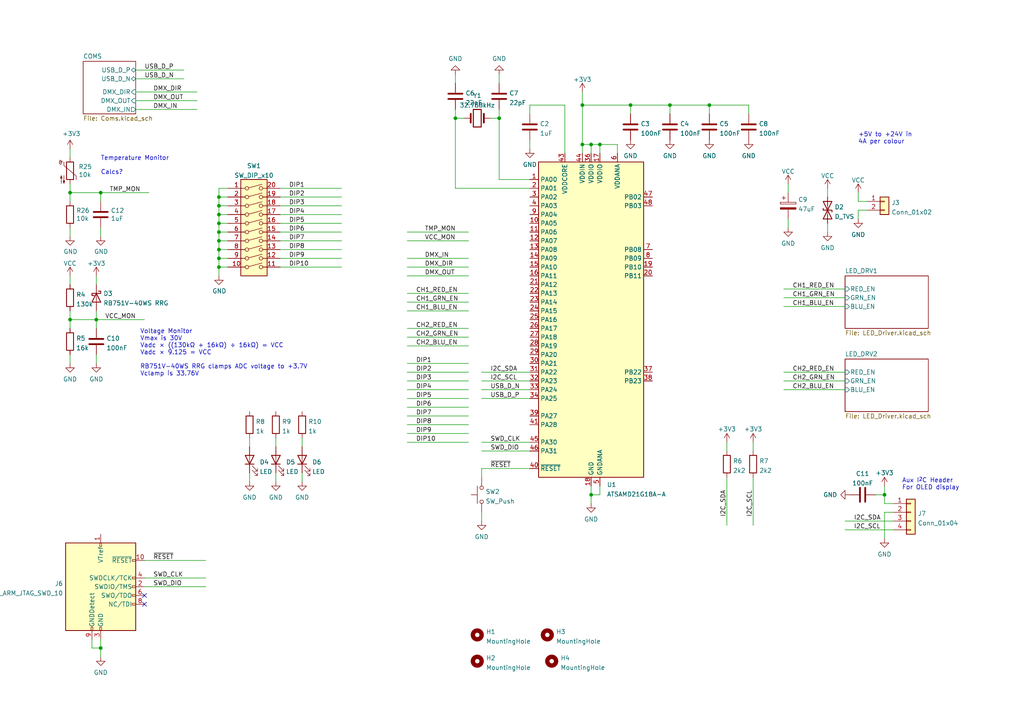
<source format=kicad_sch>
(kicad_sch (version 20211123) (generator eeschema)
  (paper "A4")
  (lib_symbols
    (symbol "Connector:Conn_ARM_JTAG_SWD_10" (pin_names (offset 1.016))
      (property "Reference" "J" (at -2.54 16.51 0))
      (property "Value" "Conn_ARM_JTAG_SWD_10" (at -2.54 13.97 0))
      (symbol "Conn_ARM_JTAG_SWD_10_0_1"
        (rectangle (start -10.16 12.7) (end 10.16 -12.7) (stroke (width 0.254)) (fill (type background)))
        (rectangle (start -2.794 -12.7) (end -2.286 -11.684))
        (rectangle (start -0.254 -12.7) (end 0.254 -11.684))
        (rectangle (start -0.254 12.7) (end 0.254 11.684))
        (rectangle (start 9.144 2.286) (end 10.16 2.794))
        (rectangle (start 10.16 -2.794) (end 9.144 -2.286))
        (rectangle (start 10.16 -0.254) (end 9.144 0.254))
        (rectangle (start 10.16 7.874) (end 9.144 7.366))
      )
      (symbol "Conn_ARM_JTAG_SWD_10_1_1"
        (rectangle (start 9.144 -5.334) (end 10.16 -4.826))
        (pin power_in line (at 0 15.24 270) (length 2.54) (name "VTref") (number "1"))
        (pin open_collector line (at 12.7 7.62 180) (length 2.54) (name "~{RESET}") (number "10"))
        (pin bidirectional line (at 12.7 0 180) (length 2.54) (name "SWDIO/TMS") (number "2"))
        (pin power_in line (at 0 -15.24 90) (length 2.54) (name "GND") (number "3"))
        (pin output line (at 12.7 2.54 180) (length 2.54) (name "SWDCLK/TCK") (number "4"))
        (pin passive line (at 0 -15.24 90) (length 2.54) hide (name "GND") (number "5"))
        (pin input line (at 12.7 -2.54 180) (length 2.54) (name "SWO/TDO") (number "6"))
        (pin no_connect line (at -10.16 0 0) (length 2.54) hide (name "KEY") (number "7"))
        (pin output line (at 12.7 -5.08 180) (length 2.54) (name "NC/TDI") (number "8"))
        (pin passive line (at -2.54 -15.24 90) (length 2.54) (name "GNDDetect") (number "9"))
      )
    )
    (symbol "Connector_Generic:Conn_01x02" (pin_names (offset 1.016) hide)
      (property "Reference" "J" (at 0 2.54 0))
      (property "Value" "Conn_01x02" (at 0 -5.08 0))
      (symbol "Conn_01x02_1_1"
        (rectangle (start -1.27 -2.413) (end 0 -2.667) (stroke (width 0.1524)))
        (rectangle (start -1.27 0.127) (end 0 -0.127) (stroke (width 0.1524)))
        (rectangle (start -1.27 1.27) (end 1.27 -3.81) (stroke (width 0.254)) (fill (type background)))
        (pin passive line (at -5.08 0 0) (length 3.81) (name "Pin_1") (number "1"))
        (pin passive line (at -5.08 -2.54 0) (length 3.81) (name "Pin_2") (number "2"))
      )
    )
    (symbol "Connector_Generic:Conn_01x04" (pin_names (offset 1.016) hide)
      (property "Reference" "J" (at 0 5.08 0))
      (property "Value" "Conn_01x04" (at 0 -7.62 0))
      (symbol "Conn_01x04_1_1"
        (rectangle (start -1.27 -4.953) (end 0 -5.207) (stroke (width 0.1524)))
        (rectangle (start -1.27 -2.413) (end 0 -2.667) (stroke (width 0.1524)))
        (rectangle (start -1.27 0.127) (end 0 -0.127) (stroke (width 0.1524)))
        (rectangle (start -1.27 2.667) (end 0 2.413) (stroke (width 0.1524)))
        (rectangle (start -1.27 3.81) (end 1.27 -6.35) (stroke (width 0.254)) (fill (type background)))
        (pin passive line (at -5.08 2.54 0) (length 3.81) (name "Pin_1") (number "1"))
        (pin passive line (at -5.08 0 0) (length 3.81) (name "Pin_2") (number "2"))
        (pin passive line (at -5.08 -2.54 0) (length 3.81) (name "Pin_3") (number "3"))
        (pin passive line (at -5.08 -5.08 0) (length 3.81) (name "Pin_4") (number "4"))
      )
    )
    (symbol "Device:C" (pin_numbers hide) (pin_names (offset 0.254))
      (property "Reference" "C" (at 0.635 2.54 0))
      (property "Value" "C" (at 0.635 -2.54 0))
      (symbol "C_0_1"
        (polyline (pts (xy -2.032 -0.762) (xy 2.032 -0.762)) (stroke (width 0.508)))
        (polyline (pts (xy -2.032 0.762) (xy 2.032 0.762)) (stroke (width 0.508)))
      )
      (symbol "C_1_1"
        (pin passive line (at 0 3.81 270) (length 2.794) (name "~") (number "1"))
        (pin passive line (at 0 -3.81 90) (length 2.794) (name "~") (number "2"))
      )
    )
    (symbol "Device:C_Polarized" (pin_numbers hide) (pin_names (offset 0.254))
      (property "Reference" "C" (at 0.635 2.54 0))
      (property "Value" "C_Polarized" (at 0.635 -2.54 0))
      (symbol "C_Polarized_0_1"
        (rectangle (start -2.286 0.508) (end 2.286 1.016))
        (polyline (pts (xy -1.778 2.286) (xy -0.762 2.286)))
        (polyline (pts (xy -1.27 2.794) (xy -1.27 1.778)))
        (rectangle (start 2.286 -0.508) (end -2.286 -1.016) (fill (type outline)))
      )
      (symbol "C_Polarized_1_1"
        (pin passive line (at 0 3.81 270) (length 2.794) (name "~") (number "1"))
        (pin passive line (at 0 -3.81 90) (length 2.794) (name "~") (number "2"))
      )
    )
    (symbol "Device:Crystal" (pin_numbers hide) (pin_names (offset 1.016) hide)
      (property "Reference" "Y" (at 0 3.81 0))
      (property "Value" "Crystal" (at 0 -3.81 0))
      (symbol "Crystal_0_1"
        (rectangle (start -1.143 2.54) (end 1.143 -2.54) (stroke (width 0.3048)))
        (polyline (pts (xy -2.54 0) (xy -1.905 0)))
        (polyline (pts (xy -1.905 -1.27) (xy -1.905 1.27)) (stroke (width 0.508)))
        (polyline (pts (xy 1.905 -1.27) (xy 1.905 1.27)) (stroke (width 0.508)))
        (polyline (pts (xy 2.54 0) (xy 1.905 0)))
      )
      (symbol "Crystal_1_1"
        (pin passive line (at -3.81 0 0) (length 1.27) (name "1") (number "1"))
        (pin passive line (at 3.81 0 180) (length 1.27) (name "2") (number "2"))
      )
    )
    (symbol "Device:D_Schottky" (pin_numbers hide) (pin_names (offset 1.016) hide)
      (property "Reference" "D" (at 0 2.54 0))
      (property "Value" "D_Schottky" (at 0 -2.54 0))
      (symbol "D_Schottky_0_1"
        (polyline (pts (xy 1.27 0) (xy -1.27 0)))
        (polyline (pts (xy 1.27 1.27) (xy 1.27 -1.27) (xy -1.27 0) (xy 1.27 1.27)) (stroke (width 0.254)))
        (polyline (pts (xy -1.905 0.635) (xy -1.905 1.27) (xy -1.27 1.27) (xy -1.27 -1.27) (xy -0.635 -1.27) (xy -0.635 -0.635)) (stroke (width 0.254)))
      )
      (symbol "D_Schottky_1_1"
        (pin passive line (at -3.81 0 0) (length 2.54) (name "K") (number "1"))
        (pin passive line (at 3.81 0 180) (length 2.54) (name "A") (number "2"))
      )
    )
    (symbol "Device:D_TVS" (pin_numbers hide) (pin_names (offset 1.016) hide)
      (property "Reference" "D" (at 0 2.54 0))
      (property "Value" "D_TVS" (at 0 -2.54 0))
      (symbol "D_TVS_0_1"
        (polyline (pts (xy 1.27 0) (xy -1.27 0)))
        (polyline (pts (xy 0.508 1.27) (xy 0 1.27) (xy 0 -1.27) (xy -0.508 -1.27)) (stroke (width 0.254)))
        (polyline (pts (xy -2.54 1.27) (xy -2.54 -1.27) (xy 2.54 1.27) (xy 2.54 -1.27) (xy -2.54 1.27)) (stroke (width 0.254)))
      )
      (symbol "D_TVS_1_1"
        (pin passive line (at -3.81 0 0) (length 2.54) (name "A1") (number "1"))
        (pin passive line (at 3.81 0 180) (length 2.54) (name "A2") (number "2"))
      )
    )
    (symbol "Device:LED" (pin_numbers hide) (pin_names (offset 1.016) hide)
      (property "Reference" "D" (at 0 2.54 0))
      (property "Value" "LED" (at 0 -2.54 0))
      (symbol "LED_0_1"
        (polyline (pts (xy -1.27 -1.27) (xy -1.27 1.27)) (stroke (width 0.254)))
        (polyline (pts (xy -1.27 0) (xy 1.27 0)))
        (polyline (pts (xy 1.27 -1.27) (xy 1.27 1.27) (xy -1.27 0) (xy 1.27 -1.27)) (stroke (width 0.254)))
        (polyline (pts (xy -3.048 -0.762) (xy -4.572 -2.286) (xy -3.81 -2.286) (xy -4.572 -2.286) (xy -4.572 -1.524)))
        (polyline (pts (xy -1.778 -0.762) (xy -3.302 -2.286) (xy -2.54 -2.286) (xy -3.302 -2.286) (xy -3.302 -1.524)))
      )
      (symbol "LED_1_1"
        (pin passive line (at -3.81 0 0) (length 2.54) (name "K") (number "1"))
        (pin passive line (at 3.81 0 180) (length 2.54) (name "A") (number "2"))
      )
    )
    (symbol "Device:R" (pin_numbers hide) (pin_names (offset 0))
      (property "Reference" "R" (at 2.032 0 90))
      (property "Value" "R" (at 0 0 90))
      (symbol "R_0_1"
        (rectangle (start -1.016 -2.54) (end 1.016 2.54) (stroke (width 0.254)))
      )
      (symbol "R_1_1"
        (pin passive line (at 0 3.81 270) (length 1.27) (name "~") (number "1"))
        (pin passive line (at 0 -3.81 90) (length 1.27) (name "~") (number "2"))
      )
    )
    (symbol "Device:Thermistor_NTC" (pin_numbers hide) (pin_names (offset 0))
      (property "Reference" "TH" (at -4.445 0 90))
      (property "Value" "Thermistor_NTC" (at 3.175 0 90))
      (symbol "Thermistor_NTC_0_1"
        (arc (start -3.048 2.159) (mid -3.0505 2.3165) (end -3.175 2.413))
        (arc (start -3.048 2.159) (mid -2.9736 1.9794) (end -2.794 1.905))
        (arc (start -3.048 2.794) (mid -2.9736 2.6144) (end -2.794 2.54))
        (arc (start -2.794 1.905) (mid -2.6144 1.9794) (end -2.54 2.159))
        (arc (start -2.794 2.54) (mid -2.434 2.5608) (end -2.159 2.794))
        (arc (start -2.794 3.048) (mid -2.9736 2.9736) (end -3.048 2.794))
        (arc (start -2.54 2.794) (mid -2.6144 2.9736) (end -2.794 3.048))
        (rectangle (start -1.016 2.54) (end 1.016 -2.54) (stroke (width 0.254)))
        (polyline (pts (xy -2.54 2.159) (xy -2.54 2.794)))
        (polyline (pts (xy -1.778 2.54) (xy -1.778 1.524) (xy 1.778 -1.524) (xy 1.778 -2.54)))
        (polyline (pts (xy -2.54 -3.683) (xy -2.54 -1.397) (xy -2.794 -2.159) (xy -2.286 -2.159) (xy -2.54 -1.397) (xy -2.54 -1.651)) (fill (type outline)))
        (polyline (pts (xy -1.778 -1.397) (xy -1.778 -3.683) (xy -2.032 -2.921) (xy -1.524 -2.921) (xy -1.778 -3.683) (xy -1.778 -3.429)) (fill (type outline)))
      )
      (symbol "Thermistor_NTC_1_1"
        (pin passive line (at 0 3.81 270) (length 1.27) (name "~") (number "1"))
        (pin passive line (at 0 -3.81 90) (length 1.27) (name "~") (number "2"))
      )
    )
    (symbol "MCU_Microchip_SAMD:ATSAMD21G18A-A"
      (property "Reference" "U" (at -13.97 46.99 0))
      (property "Value" "ATSAMD21G18A-A" (at 16.51 46.99 0))
      (symbol "ATSAMD21G18A-A_0_1"
        (rectangle (start -15.24 45.72) (end 15.24 -45.72) (stroke (width 0.254)) (fill (type background)))
      )
      (symbol "ATSAMD21G18A-A_1_1"
        (pin bidirectional line (at -17.78 40.64 0) (length 2.54) (name "PA00") (number "1"))
        (pin bidirectional line (at -17.78 27.94 0) (length 2.54) (name "PA05") (number "10"))
        (pin bidirectional line (at -17.78 25.4 0) (length 2.54) (name "PA06") (number "11"))
        (pin bidirectional line (at -17.78 22.86 0) (length 2.54) (name "PA07") (number "12"))
        (pin bidirectional line (at -17.78 20.32 0) (length 2.54) (name "PA08") (number "13"))
        (pin bidirectional line (at -17.78 17.78 0) (length 2.54) (name "PA09") (number "14"))
        (pin bidirectional line (at -17.78 15.24 0) (length 2.54) (name "PA10") (number "15"))
        (pin bidirectional line (at -17.78 12.7 0) (length 2.54) (name "PA11") (number "16"))
        (pin power_in line (at 2.54 48.26 270) (length 2.54) (name "VDDIO") (number "17"))
        (pin power_in line (at 0 -48.26 90) (length 2.54) (name "GND") (number "18"))
        (pin bidirectional line (at 17.78 15.24 180) (length 2.54) (name "PB10") (number "19"))
        (pin bidirectional line (at -17.78 38.1 0) (length 2.54) (name "PA01") (number "2"))
        (pin bidirectional line (at 17.78 12.7 180) (length 2.54) (name "PB11") (number "20"))
        (pin bidirectional line (at -17.78 10.16 0) (length 2.54) (name "PA12") (number "21"))
        (pin bidirectional line (at -17.78 7.62 0) (length 2.54) (name "PA13") (number "22"))
        (pin bidirectional line (at -17.78 5.08 0) (length 2.54) (name "PA14") (number "23"))
        (pin bidirectional line (at -17.78 2.54 0) (length 2.54) (name "PA15") (number "24"))
        (pin bidirectional line (at -17.78 0 0) (length 2.54) (name "PA16") (number "25"))
        (pin bidirectional line (at -17.78 -2.54 0) (length 2.54) (name "PA17") (number "26"))
        (pin bidirectional line (at -17.78 -5.08 0) (length 2.54) (name "PA18") (number "27"))
        (pin bidirectional line (at -17.78 -7.62 0) (length 2.54) (name "PA19") (number "28"))
        (pin bidirectional line (at -17.78 -10.16 0) (length 2.54) (name "PA20") (number "29"))
        (pin bidirectional line (at -17.78 35.56 0) (length 2.54) (name "PA02") (number "3"))
        (pin bidirectional line (at -17.78 -12.7 0) (length 2.54) (name "PA21") (number "30"))
        (pin bidirectional line (at -17.78 -15.24 0) (length 2.54) (name "PA22") (number "31"))
        (pin bidirectional line (at -17.78 -17.78 0) (length 2.54) (name "PA23") (number "32"))
        (pin bidirectional line (at -17.78 -20.32 0) (length 2.54) (name "PA24") (number "33"))
        (pin bidirectional line (at -17.78 -22.86 0) (length 2.54) (name "PA25") (number "34"))
        (pin passive line (at 0 -48.26 90) (length 2.54) hide (name "GND") (number "35"))
        (pin power_in line (at 0 48.26 270) (length 2.54) (name "VDDIO") (number "36"))
        (pin bidirectional line (at 17.78 -15.24 180) (length 2.54) (name "PB22") (number "37"))
        (pin bidirectional line (at 17.78 -17.78 180) (length 2.54) (name "PB23") (number "38"))
        (pin bidirectional line (at -17.78 -27.94 0) (length 2.54) (name "PA27") (number "39"))
        (pin bidirectional line (at -17.78 33.02 0) (length 2.54) (name "PA03") (number "4"))
        (pin input line (at -17.78 -43.18 0) (length 2.54) (name "~{RESET}") (number "40"))
        (pin bidirectional line (at -17.78 -30.48 0) (length 2.54) (name "PA28") (number "41"))
        (pin passive line (at 0 -48.26 90) (length 2.54) hide (name "GND") (number "42"))
        (pin power_out line (at -7.62 48.26 270) (length 2.54) (name "VDDCORE") (number "43"))
        (pin power_in line (at -2.54 48.26 270) (length 2.54) (name "VDDIN") (number "44"))
        (pin bidirectional line (at -17.78 -35.56 0) (length 2.54) (name "PA30") (number "45"))
        (pin bidirectional line (at -17.78 -38.1 0) (length 2.54) (name "PA31") (number "46"))
        (pin bidirectional line (at 17.78 35.56 180) (length 2.54) (name "PB02") (number "47"))
        (pin bidirectional line (at 17.78 33.02 180) (length 2.54) (name "PB03") (number "48"))
        (pin power_in line (at 2.54 -48.26 90) (length 2.54) (name "GNDANA") (number "5"))
        (pin power_in line (at 7.62 48.26 270) (length 2.54) (name "VDDANA") (number "6"))
        (pin bidirectional line (at 17.78 20.32 180) (length 2.54) (name "PB08") (number "7"))
        (pin bidirectional line (at 17.78 17.78 180) (length 2.54) (name "PB09") (number "8"))
        (pin bidirectional line (at -17.78 30.48 0) (length 2.54) (name "PA04") (number "9"))
      )
    )
    (symbol "Mechanical:MountingHole" (pin_names (offset 1.016))
      (property "Reference" "H" (at 0 5.08 0))
      (property "Value" "MountingHole" (at 0 3.175 0))
      (symbol "MountingHole_0_1"
        (circle (center 0 0) (radius 1.27) (stroke (width 1.27)))
      )
    )
    (symbol "Switch:SW_DIP_x10" (pin_names (offset 0) hide)
      (property "Reference" "SW" (at 0 16.51 0))
      (property "Value" "SW_DIP_x10" (at 0 -13.97 0))
      (symbol "SW_DIP_x10_0_0"
        (circle (center -2.032 -10.16) (radius 0.508))
        (circle (center -2.032 -7.62) (radius 0.508))
        (circle (center -2.032 -5.08) (radius 0.508))
        (circle (center -2.032 -2.54) (radius 0.508))
        (circle (center -2.032 0) (radius 0.508))
        (circle (center -2.032 2.54) (radius 0.508))
        (circle (center -2.032 5.08) (radius 0.508))
        (circle (center -2.032 7.62) (radius 0.508))
        (circle (center -2.032 10.16) (radius 0.508))
        (circle (center -2.032 12.7) (radius 0.508))
        (polyline (pts (xy -1.524 -10.0076) (xy 2.3622 -8.9662)))
        (polyline (pts (xy -1.524 -7.4676) (xy 2.3622 -6.4262)))
        (polyline (pts (xy -1.524 -4.9276) (xy 2.3622 -3.8862)))
        (polyline (pts (xy -1.524 -2.3876) (xy 2.3622 -1.3462)))
        (polyline (pts (xy -1.524 0.127) (xy 2.3622 1.1684)))
        (polyline (pts (xy -1.524 2.667) (xy 2.3622 3.7084)))
        (polyline (pts (xy -1.524 5.207) (xy 2.3622 6.2484)))
        (polyline (pts (xy -1.524 7.747) (xy 2.3622 8.7884)))
        (polyline (pts (xy -1.524 10.287) (xy 2.3622 11.3284)))
        (polyline (pts (xy -1.524 12.827) (xy 2.3622 13.8684)))
        (circle (center 2.032 -10.16) (radius 0.508))
        (circle (center 2.032 -7.62) (radius 0.508))
        (circle (center 2.032 -5.08) (radius 0.508))
        (circle (center 2.032 -2.54) (radius 0.508))
        (circle (center 2.032 0) (radius 0.508))
        (circle (center 2.032 2.54) (radius 0.508))
        (circle (center 2.032 5.08) (radius 0.508))
        (circle (center 2.032 7.62) (radius 0.508))
        (circle (center 2.032 10.16) (radius 0.508))
        (circle (center 2.032 12.7) (radius 0.508))
      )
      (symbol "SW_DIP_x10_0_1"
        (rectangle (start -3.81 15.24) (end 3.81 -12.7) (stroke (width 0.254)) (fill (type background)))
      )
      (symbol "SW_DIP_x10_1_1"
        (pin passive line (at -7.62 12.7 0) (length 5.08) (name "~") (number "1"))
        (pin passive line (at -7.62 -10.16 0) (length 5.08) (name "~") (number "10"))
        (pin passive line (at 7.62 -10.16 180) (length 5.08) (name "~") (number "11"))
        (pin passive line (at 7.62 -7.62 180) (length 5.08) (name "~") (number "12"))
        (pin passive line (at 7.62 -5.08 180) (length 5.08) (name "~") (number "13"))
        (pin passive line (at 7.62 -2.54 180) (length 5.08) (name "~") (number "14"))
        (pin passive line (at 7.62 0 180) (length 5.08) (name "~") (number "15"))
        (pin passive line (at 7.62 2.54 180) (length 5.08) (name "~") (number "16"))
        (pin passive line (at 7.62 5.08 180) (length 5.08) (name "~") (number "17"))
        (pin passive line (at 7.62 7.62 180) (length 5.08) (name "~") (number "18"))
        (pin passive line (at 7.62 10.16 180) (length 5.08) (name "~") (number "19"))
        (pin passive line (at -7.62 10.16 0) (length 5.08) (name "~") (number "2"))
        (pin passive line (at 7.62 12.7 180) (length 5.08) (name "~") (number "20"))
        (pin passive line (at -7.62 7.62 0) (length 5.08) (name "~") (number "3"))
        (pin passive line (at -7.62 5.08 0) (length 5.08) (name "~") (number "4"))
        (pin passive line (at -7.62 2.54 0) (length 5.08) (name "~") (number "5"))
        (pin passive line (at -7.62 0 0) (length 5.08) (name "~") (number "6"))
        (pin passive line (at -7.62 -2.54 0) (length 5.08) (name "~") (number "7"))
        (pin passive line (at -7.62 -5.08 0) (length 5.08) (name "~") (number "8"))
        (pin passive line (at -7.62 -7.62 0) (length 5.08) (name "~") (number "9"))
      )
    )
    (symbol "Switch:SW_Push" (pin_numbers hide) (pin_names (offset 1.016) hide)
      (property "Reference" "SW" (at 1.27 2.54 0))
      (property "Value" "SW_Push" (at 0 -1.524 0))
      (symbol "SW_Push_0_1"
        (circle (center -2.032 0) (radius 0.508))
        (polyline (pts (xy 0 1.27) (xy 0 3.048)))
        (polyline (pts (xy 2.54 1.27) (xy -2.54 1.27)))
        (circle (center 2.032 0) (radius 0.508))
        (pin passive line (at -5.08 0 0) (length 2.54) (name "1") (number "1"))
        (pin passive line (at 5.08 0 180) (length 2.54) (name "2") (number "2"))
      )
    )
    (symbol "power:+3.3V" (power) (pin_names (offset 0))
      (property "Value" "+3.3V" (at 0 3.556 0))
      (symbol "+3.3V_0_1"
        (polyline (pts (xy -0.762 1.27) (xy 0 2.54)))
        (polyline (pts (xy 0 0) (xy 0 2.54)))
        (polyline (pts (xy 0 2.54) (xy 0.762 1.27)))
      )
      (symbol "+3.3V_1_1"
        (pin power_in line (at 0 0 90) (length 0) hide (name "+3V3") (number "1"))
      )
    )
    (symbol "power:+3V3" (power) (pin_names (offset 0))
      (property "Value" "+3V3" (at 0 3.556 0))
      (symbol "+3V3_0_1"
        (polyline (pts (xy -0.762 1.27) (xy 0 2.54)))
        (polyline (pts (xy 0 0) (xy 0 2.54)))
        (polyline (pts (xy 0 2.54) (xy 0.762 1.27)))
      )
      (symbol "+3V3_1_1"
        (pin power_in line (at 0 0 90) (length 0) hide (name "+3V3") (number "1"))
      )
    )
    (symbol "power:GND" (power) (pin_names (offset 0))
      (property "Value" "GND" (at 0 -3.81 0))
      (symbol "GND_0_1"
        (polyline (pts (xy 0 0) (xy 0 -1.27) (xy 1.27 -1.27) (xy 0 -2.54) (xy -1.27 -1.27) (xy 0 -1.27)))
      )
      (symbol "GND_1_1"
        (pin power_in line (at 0 0 270) (length 0) hide (name "GND") (number "1"))
      )
    )
    (symbol "power:VCC" (power) (pin_names (offset 0))
      (property "Value" "VCC" (at 0 3.81 0))
      (symbol "VCC_0_1"
        (polyline (pts (xy -0.762 1.27) (xy 0 2.54)))
        (polyline (pts (xy 0 0) (xy 0 2.54)))
        (polyline (pts (xy 0 2.54) (xy 0.762 1.27)))
      )
      (symbol "VCC_1_1"
        (pin power_in line (at 0 0 90) (length 0) hide (name "VCC") (number "1"))
      )
    )
  )
  (junction (at 63.5 64.77))
  (junction (at 171.45 41.91))
  (junction (at 256.54 143.51))
  (junction (at 63.5 69.85))
  (junction (at 20.32 55.88))
  (junction (at 132.08 34.29))
  (junction (at 63.5 72.39))
  (junction (at 63.5 59.69))
  (junction (at 29.21 187.96))
  (junction (at 205.74 30.48))
  (junction (at 27.94 92.71))
  (junction (at 20.32 92.71))
  (junction (at 63.5 57.15))
  (junction (at 173.99 41.91))
  (junction (at 29.21 55.88))
  (junction (at 63.5 67.31))
  (junction (at 144.78 34.29))
  (junction (at 168.91 30.48))
  (junction (at 171.45 143.51))
  (junction (at 168.91 41.91))
  (junction (at 194.31 30.48))
  (junction (at 63.5 74.93))
  (junction (at 63.5 62.23))
  (junction (at 182.88 30.48))
  (junction (at 63.5 77.47))
  (no_connect (at 41.91 172.72))
  (no_connect (at 41.91 175.26))
  (wire (pts (xy 168.91 41.91) (xy 171.45 41.91)))
  (wire (pts (xy 139.7 135.89) (xy 153.67 135.89)))
  (wire (pts (xy 81.28 77.47) (xy 99.06 77.47)))
  (wire (pts (xy 29.21 185.42) (xy 29.21 187.96)))
  (wire (pts (xy 27.94 102.87) (xy 27.94 105.41)))
  (wire (pts (xy 118.11 74.93) (xy 135.89 74.93)))
  (wire (pts (xy 153.67 52.07) (xy 144.78 52.07)))
  (wire (pts (xy 80.01 127) (xy 80.01 129.54)))
  (wire (pts (xy 118.11 100.33) (xy 135.89 100.33)))
  (wire (pts (xy 63.5 59.69) (xy 63.5 62.23)))
  (wire (pts (xy 118.11 90.17) (xy 135.89 90.17)))
  (wire (pts (xy 245.11 153.67) (xy 259.08 153.67)))
  (wire (pts (xy 251.46 60.96) (xy 248.92 60.96)))
  (wire (pts (xy 118.11 118.11) (xy 135.89 118.11)))
  (wire (pts (xy 118.11 97.79) (xy 135.89 97.79)))
  (wire (pts (xy 256.54 143.51) (xy 256.54 146.05)))
  (wire (pts (xy 87.63 127) (xy 87.63 129.54)))
  (wire (pts (xy 118.11 95.25) (xy 135.89 95.25)))
  (wire (pts (xy 259.08 148.59) (xy 256.54 148.59)))
  (wire (pts (xy 168.91 26.67) (xy 168.91 30.48)))
  (wire (pts (xy 20.32 80.01) (xy 20.32 82.55)))
  (wire (pts (xy 87.63 139.7) (xy 87.63 137.16)))
  (wire (pts (xy 173.99 44.45) (xy 173.99 41.91)))
  (wire (pts (xy 256.54 146.05) (xy 259.08 146.05)))
  (wire (pts (xy 63.5 67.31) (xy 63.5 69.85)))
  (wire (pts (xy 20.32 53.34) (xy 20.32 55.88)))
  (wire (pts (xy 72.39 139.7) (xy 72.39 137.16)))
  (wire (pts (xy 118.11 110.49) (xy 135.89 110.49)))
  (wire (pts (xy 27.94 80.01) (xy 27.94 82.55)))
  (wire (pts (xy 139.7 110.49) (xy 153.67 110.49)))
  (wire (pts (xy 29.21 66.04) (xy 29.21 68.58)))
  (wire (pts (xy 171.45 41.91) (xy 173.99 41.91)))
  (wire (pts (xy 168.91 30.48) (xy 182.88 30.48)))
  (wire (pts (xy 218.44 152.4) (xy 218.44 138.43)))
  (wire (pts (xy 81.28 69.85) (xy 99.06 69.85)))
  (wire (pts (xy 144.78 24.13) (xy 144.78 21.59)))
  (wire (pts (xy 227.33 83.82) (xy 245.11 83.82)))
  (wire (pts (xy 118.11 80.01) (xy 135.89 80.01)))
  (wire (pts (xy 63.5 62.23) (xy 63.5 64.77)))
  (wire (pts (xy 182.88 30.48) (xy 182.88 33.02)))
  (wire (pts (xy 39.37 29.21) (xy 57.15 29.21)))
  (wire (pts (xy 118.11 105.41) (xy 135.89 105.41)))
  (wire (pts (xy 63.5 69.85) (xy 63.5 72.39)))
  (wire (pts (xy 41.91 170.18) (xy 59.69 170.18)))
  (wire (pts (xy 118.11 85.09) (xy 135.89 85.09)))
  (wire (pts (xy 132.08 34.29) (xy 134.62 34.29)))
  (wire (pts (xy 81.28 74.93) (xy 99.06 74.93)))
  (wire (pts (xy 227.33 86.36) (xy 245.11 86.36)))
  (wire (pts (xy 227.33 113.03) (xy 245.11 113.03)))
  (wire (pts (xy 63.5 74.93) (xy 63.5 77.47)))
  (wire (pts (xy 139.7 128.27) (xy 153.67 128.27)))
  (wire (pts (xy 173.99 41.91) (xy 179.07 41.91)))
  (wire (pts (xy 240.03 64.77) (xy 240.03 67.31)))
  (wire (pts (xy 63.5 57.15) (xy 63.5 59.69)))
  (wire (pts (xy 81.28 64.77) (xy 99.06 64.77)))
  (wire (pts (xy 210.82 152.4) (xy 210.82 138.43)))
  (wire (pts (xy 171.45 143.51) (xy 171.45 146.05)))
  (wire (pts (xy 72.39 127) (xy 72.39 129.54)))
  (wire (pts (xy 27.94 92.71) (xy 27.94 95.25)))
  (wire (pts (xy 29.21 187.96) (xy 29.21 190.5)))
  (wire (pts (xy 163.83 30.48) (xy 163.83 44.45)))
  (wire (pts (xy 118.11 69.85) (xy 135.89 69.85)))
  (wire (pts (xy 63.5 72.39) (xy 63.5 74.93)))
  (wire (pts (xy 118.11 125.73) (xy 135.89 125.73)))
  (wire (pts (xy 39.37 31.75) (xy 57.15 31.75)))
  (wire (pts (xy 20.32 90.17) (xy 20.32 92.71)))
  (wire (pts (xy 210.82 128.27) (xy 210.82 130.81)))
  (wire (pts (xy 63.5 54.61) (xy 63.5 57.15)))
  (wire (pts (xy 139.7 113.03) (xy 153.67 113.03)))
  (wire (pts (xy 20.32 55.88) (xy 20.32 58.42)))
  (wire (pts (xy 153.67 33.02) (xy 153.67 30.48)))
  (wire (pts (xy 63.5 62.23) (xy 66.04 62.23)))
  (wire (pts (xy 182.88 30.48) (xy 194.31 30.48)))
  (wire (pts (xy 171.45 140.97) (xy 171.45 143.51)))
  (wire (pts (xy 41.91 167.64) (xy 59.69 167.64)))
  (wire (pts (xy 39.37 20.32) (xy 53.34 20.32)))
  (wire (pts (xy 20.32 102.87) (xy 20.32 105.41)))
  (wire (pts (xy 142.24 34.29) (xy 144.78 34.29)))
  (wire (pts (xy 139.7 130.81) (xy 153.67 130.81)))
  (wire (pts (xy 80.01 139.7) (xy 80.01 137.16)))
  (wire (pts (xy 132.08 24.13) (xy 132.08 21.59)))
  (wire (pts (xy 132.08 54.61) (xy 132.08 34.29)))
  (wire (pts (xy 29.21 58.42) (xy 29.21 55.88)))
  (wire (pts (xy 205.74 30.48) (xy 217.17 30.48)))
  (wire (pts (xy 153.67 54.61) (xy 132.08 54.61)))
  (wire (pts (xy 20.32 45.72) (xy 20.32 43.18)))
  (wire (pts (xy 81.28 57.15) (xy 99.06 57.15)))
  (wire (pts (xy 20.32 92.71) (xy 20.32 95.25)))
  (wire (pts (xy 168.91 30.48) (xy 168.91 41.91)))
  (wire (pts (xy 248.92 55.88) (xy 248.92 58.42)))
  (wire (pts (xy 63.5 77.47) (xy 63.5 80.01)))
  (wire (pts (xy 118.11 123.19) (xy 135.89 123.19)))
  (wire (pts (xy 171.45 143.51) (xy 173.99 143.51)))
  (wire (pts (xy 132.08 31.75) (xy 132.08 34.29)))
  (wire (pts (xy 26.67 187.96) (xy 29.21 187.96)))
  (wire (pts (xy 248.92 60.96) (xy 248.92 63.5)))
  (wire (pts (xy 218.44 128.27) (xy 218.44 130.81)))
  (wire (pts (xy 153.67 40.64) (xy 153.67 43.18)))
  (wire (pts (xy 118.11 107.95) (xy 135.89 107.95)))
  (wire (pts (xy 20.32 92.71) (xy 27.94 92.71)))
  (wire (pts (xy 139.7 135.89) (xy 139.7 138.43)))
  (wire (pts (xy 63.5 59.69) (xy 66.04 59.69)))
  (wire (pts (xy 26.67 185.42) (xy 26.67 187.96)))
  (wire (pts (xy 63.5 77.47) (xy 66.04 77.47)))
  (wire (pts (xy 256.54 140.97) (xy 256.54 143.51)))
  (wire (pts (xy 179.07 41.91) (xy 179.07 44.45)))
  (wire (pts (xy 63.5 72.39) (xy 66.04 72.39)))
  (wire (pts (xy 171.45 41.91) (xy 171.45 44.45)))
  (wire (pts (xy 173.99 140.97) (xy 173.99 143.51)))
  (wire (pts (xy 227.33 88.9) (xy 245.11 88.9)))
  (wire (pts (xy 63.5 67.31) (xy 66.04 67.31)))
  (wire (pts (xy 245.11 151.13) (xy 259.08 151.13)))
  (wire (pts (xy 251.46 58.42) (xy 248.92 58.42)))
  (wire (pts (xy 118.11 128.27) (xy 135.89 128.27)))
  (wire (pts (xy 144.78 31.75) (xy 144.78 34.29)))
  (wire (pts (xy 194.31 30.48) (xy 194.31 33.02)))
  (wire (pts (xy 118.11 115.57) (xy 135.89 115.57)))
  (wire (pts (xy 168.91 44.45) (xy 168.91 41.91)))
  (wire (pts (xy 118.11 77.47) (xy 135.89 77.47)))
  (wire (pts (xy 153.67 30.48) (xy 163.83 30.48)))
  (wire (pts (xy 63.5 64.77) (xy 66.04 64.77)))
  (wire (pts (xy 240.03 54.61) (xy 240.03 57.15)))
  (wire (pts (xy 217.17 33.02) (xy 217.17 30.48)))
  (wire (pts (xy 20.32 66.04) (xy 20.32 68.58)))
  (wire (pts (xy 139.7 115.57) (xy 153.67 115.57)))
  (wire (pts (xy 227.33 107.95) (xy 245.11 107.95)))
  (wire (pts (xy 63.5 57.15) (xy 66.04 57.15)))
  (wire (pts (xy 63.5 64.77) (xy 63.5 67.31)))
  (wire (pts (xy 29.21 55.88) (xy 20.32 55.88)))
  (wire (pts (xy 81.28 62.23) (xy 99.06 62.23)))
  (wire (pts (xy 139.7 107.95) (xy 153.67 107.95)))
  (wire (pts (xy 63.5 69.85) (xy 66.04 69.85)))
  (wire (pts (xy 118.11 113.03) (xy 135.89 113.03)))
  (wire (pts (xy 227.33 110.49) (xy 245.11 110.49)))
  (wire (pts (xy 118.11 120.65) (xy 135.89 120.65)))
  (wire (pts (xy 41.91 162.56) (xy 59.69 162.56)))
  (wire (pts (xy 144.78 52.07) (xy 144.78 34.29)))
  (wire (pts (xy 81.28 72.39) (xy 99.06 72.39)))
  (wire (pts (xy 27.94 92.71) (xy 41.91 92.71)))
  (wire (pts (xy 81.28 59.69) (xy 99.06 59.69)))
  (wire (pts (xy 66.04 54.61) (xy 63.5 54.61)))
  (wire (pts (xy 118.11 87.63) (xy 135.89 87.63)))
  (wire (pts (xy 81.28 67.31) (xy 99.06 67.31)))
  (wire (pts (xy 256.54 148.59) (xy 256.54 156.21)))
  (wire (pts (xy 39.37 22.86) (xy 53.34 22.86)))
  (wire (pts (xy 27.94 90.17) (xy 27.94 92.71)))
  (wire (pts (xy 194.31 30.48) (xy 205.74 30.48)))
  (wire (pts (xy 81.28 54.61) (xy 99.06 54.61)))
  (wire (pts (xy 228.6 63.5) (xy 228.6 66.04)))
  (wire (pts (xy 118.11 67.31) (xy 135.89 67.31)))
  (wire (pts (xy 205.74 30.48) (xy 205.74 33.02)))
  (wire (pts (xy 63.5 74.93) (xy 66.04 74.93)))
  (wire (pts (xy 254 143.51) (xy 256.54 143.51)))
  (wire (pts (xy 39.37 26.67) (xy 57.15 26.67)))
  (wire (pts (xy 29.21 55.88) (xy 43.18 55.88)))
  (wire (pts (xy 139.7 148.59) (xy 139.7 151.13)))
  (wire (pts (xy 228.6 53.34) (xy 228.6 55.88)))
  (text "+5V to +24V in\n4A per colour\n" (at 248.92 41.91 0) (effects (font (size 1.27 1.27)) (justify left bottom)))
  (text "Voltage Monitor\nVmax is 30V\nVadc × ((130kΩ + 16kΩ) ÷ 16kΩ) = VCC\nVadc × 9.125 = VCC\n\nRB751V-40WS RRG clamps ADC voltage to +3.7V\nVclamp is 33.76V" (at 40.64 109.22 0) (effects (font (size 1.27 1.27)) (justify left bottom)))
  (text "Temperature Monitor\n\nCalcs?" (at 29.21 50.8 0) (effects (font (size 1.27 1.27)) (justify left bottom)))
  (text "Aux I^{2}C Header\nFor OLED display" (at 261.62 142.24 0) (effects (font (size 1.27 1.27)) (justify left bottom)))
  (label "VCC_MON" (at 30.48 92.71 0))
  (label "I2C_SDA" (at 142.24 107.95 0))
  (label "DIP3" (at 120.65 110.49 0))
  (label "DIP1" (at 120.65 105.41 0))
  (label "CH2_BLU_EN" (at 229.87 113.03 0))
  (label "TMP_MON" (at 31.75 55.88 0))
  (label "DIP4" (at 120.65 113.03 0))
  (label "~{RESET}" (at 44.45 162.56 0))
  (label "CH1_GRN_EN" (at 120.65 87.63 0))
  (label "CH2_GRN_EN" (at 120.65 97.79 0))
  (label "CH2_RED_EN" (at 120.65 95.25 0))
  (label "CH2_RED_EN" (at 229.87 107.95 0))
  (label "TMP_MON" (at 123.19 67.31 0))
  (label "USB_D_P" (at 142.24 115.57 0))
  (label "DIP2" (at 120.65 107.95 0))
  (label "DIP9" (at 120.65 125.73 0))
  (label "CH2_GRN_EN" (at 229.87 110.49 0))
  (label "I2C_SCL" (at 247.65 153.67 0))
  (label "DIP6" (at 120.65 118.11 0))
  (label "DMX_OUT" (at 44.45 29.21 0))
  (label "I2C_SCL" (at 218.44 149.86 90))
  (label "DIP7" (at 120.65 120.65 0))
  (label "DMX_DIR" (at 44.45 26.67 0))
  (label "DIP9" (at 83.82 74.93 0))
  (label "DMX_DIR" (at 123.19 77.47 0))
  (label "USB_D_P" (at 41.91 20.32 0))
  (label "CH1_BLU_EN" (at 120.65 90.17 0))
  (label "CH1_RED_EN" (at 229.87 83.82 0))
  (label "DMX_OUT" (at 123.19 80.01 0))
  (label "DIP8" (at 83.82 72.39 0))
  (label "SWD_DIO" (at 44.45 170.18 0))
  (label "DIP8" (at 120.65 123.19 0))
  (label "DIP5" (at 83.82 64.77 0))
  (label "USB_D_N" (at 41.91 22.86 0))
  (label "DMX_IN" (at 123.19 74.93 0))
  (label "USB_D_N" (at 142.24 113.03 0))
  (label "DIP5" (at 120.65 115.57 0))
  (label "DMX_IN" (at 44.45 31.75 0))
  (label "CH2_BLU_EN" (at 120.65 100.33 0))
  (label "SWD_CLK" (at 142.24 128.27 0))
  (label "CH1_GRN_EN" (at 229.87 86.36 0))
  (label "DIP10" (at 120.65 128.27 0))
  (label "CH1_RED_EN" (at 120.65 85.09 0))
  (label "I2C_SCL" (at 142.24 110.49 0))
  (label "DIP4" (at 83.82 62.23 0))
  (label "~{RESET}" (at 142.24 135.89 0))
  (label "SWD_DIO" (at 142.24 130.81 0))
  (label "DIP6" (at 83.82 67.31 0))
  (label "VCC_MON" (at 123.19 69.85 0))
  (label "DIP2" (at 83.82 57.15 0))
  (label "DIP7" (at 83.82 69.85 0))
  (label "CH1_BLU_EN" (at 229.87 88.9 0))
  (label "DIP3" (at 83.82 59.69 0))
  (label "I2C_SDA" (at 247.65 151.13 0))
  (label "DIP10" (at 83.82 77.47 0))
  (label "DIP1" (at 83.82 54.61 0))
  (label "SWD_CLK" (at 44.45 167.64 0))
  (label "I2C_SDA" (at 210.82 149.86 90))
  (symbol (lib_id "Connector_Generic:Conn_01x02") (at 256.54 58.42 0) (unit 1)
    (property "Reference" "J3" (at 258.572 58.7815 0) (effects (justify left)))
    (property "Value" "Conn_01x02" (at 258.572 61.5566 0) (effects (justify left)))
    (property "Footprint" "Connector_Phoenix_MSTB:PhoenixContact_MSTBA_2,5_2-G-5,08_1x02_P5.08mm_Horizontal" (effects hide))
  )
  (symbol (lib_id "power:GND") (at 27.94 105.41 0) (unit 1)
    (property "Reference" "#PWR0117" (effects hide))
    (property "Value" "GND" (at 27.94 109.9725 0))
  )
  (symbol (lib_id "Device:R") (at 20.32 99.06 0) (unit 1)
    (property "Reference" "R5" (at 22.098 98.1515 0) (effects (justify left)))
    (property "Value" "16k" (at 22.098 100.9266 0) (effects (justify left)))
    (property "Footprint" "Resistor_SMD:R_0402_1005Metric" (effects hide))
    (property "LCSC" "C25759" (effects hide))
  )
  (symbol (lib_id "power:+3.3V") (at 218.44 128.27 0) (unit 1)
    (property "Reference" "#PWR0120" (effects hide))
    (property "Value" "+3.3V" (at 218.44 124.46 0))
  )
  (symbol (lib_id "power:GND") (at 248.92 63.5 0) (unit 1)
    (property "Reference" "#PWR0102" (effects hide))
    (property "Value" "GND" (at 248.92 68.0625 0))
  )
  (symbol (lib_id "Device:C") (at 153.67 36.83 0) (mirror y) (unit 1)
    (property "Reference" "C2" (at 156.591 35.9215 0) (effects (justify right)))
    (property "Value" "1uF" (at 156.591 38.6966 0) (effects (justify right)))
    (property "Footprint" "Capacitor_SMD:C_0402_1005Metric" (effects hide))
    (property "Voltage" "50V" (effects hide))
    (property "LCSC" "C52923" (effects hide))
  )
  (symbol (lib_id "Mechanical:MountingHole") (at 138.43 191.77 0) (unit 1)
    (property "Reference" "H2" (at 140.97 190.8615 0) (effects (justify left)))
    (property "Value" "MountingHole" (at 140.97 193.6366 0) (effects (justify left)))
    (property "Footprint" "MountingHole:MountingHole_3.2mm_M3_Pad_Via" (effects hide))
  )
  (symbol (lib_id "Device:Thermistor_NTC") (at 20.32 49.53 0) (unit 1)
    (property "Reference" "R25" (at 22.7838 48.3616 0) (effects (justify left)))
    (property "Value" "10k" (at 22.7838 50.673 0) (effects (justify left)))
    (property "Footprint" "Resistor_SMD:R_0402_1005Metric" (effects hide))
    (property "LCSC" "C25744" (effects hide))
  )
  (symbol (lib_id "power:GND") (at 72.39 139.7 0) (unit 1)
    (property "Reference" "#PWR0122" (effects hide))
    (property "Value" "GND" (at 72.39 144.2625 0))
  )
  (symbol (lib_id "power:GND") (at 80.01 139.7 0) (unit 1)
    (property "Reference" "#PWR0123" (effects hide))
    (property "Value" "GND" (at 80.01 144.2625 0))
  )
  (symbol (lib_id "Device:C") (at 194.31 36.83 0) (unit 1)
    (property "Reference" "C4" (at 197.231 35.9215 0) (effects (justify left)))
    (property "Value" "100nF" (at 197.231 38.6966 0) (effects (justify left)))
    (property "Footprint" "Capacitor_SMD:C_0402_1005Metric" (effects hide))
    (property "Voltage" "16V" (effects hide))
    (property "LCSC" "C1525" (effects hide))
  )
  (symbol (lib_id "power:VCC") (at 240.03 54.61 0) (unit 1)
    (property "Reference" "#PWR019" (effects hide))
    (property "Value" "VCC" (at 240.03 51.0055 0))
  )
  (symbol (lib_id "Device:C") (at 144.78 27.94 0) (unit 1)
    (property "Reference" "C7" (at 147.701 27.0315 0) (effects (justify left)))
    (property "Value" "22pF" (at 147.701 29.8066 0) (effects (justify left)))
    (property "Footprint" "Capacitor_SMD:C_0402_1005Metric" (effects hide))
    (property "Voltage" "50V" (effects hide))
    (property "LCSC" "C1555" (effects hide))
  )
  (symbol (lib_id "power:GND") (at 132.08 21.59 180) (unit 1)
    (property "Reference" "#PWR09" (effects hide))
    (property "Value" "GND" (at 132.08 17.0275 0))
  )
  (symbol (lib_id "power:GND") (at 194.31 40.64 0) (unit 1)
    (property "Reference" "#PWR013" (effects hide))
    (property "Value" "GND" (at 194.31 45.2025 0))
  )
  (symbol (lib_id "Device:R") (at 210.82 134.62 0) (unit 1)
    (property "Reference" "R6" (at 212.598 133.7115 0) (effects (justify left)))
    (property "Value" "2k2" (at 212.598 136.4866 0) (effects (justify left)))
    (property "Footprint" "Resistor_SMD:R_0402_1005Metric" (effects hide))
    (property "LCSC" "C25879" (effects hide))
  )
  (symbol (lib_id "Switch:SW_Push") (at 139.7 143.51 90) (unit 1)
    (property "Reference" "SW2" (at 140.843 142.6015 90) (effects (justify right)))
    (property "Value" "SW_Push" (at 140.843 145.3766 90) (effects (justify right)))
    (property "Footprint" "Button_Switch_SMD:SW_SPST_B3U-1000P" (effects hide))
    (property "LCSC" "C231329" (effects hide))
  )
  (symbol (lib_id "power:GND") (at 139.7 151.13 0) (unit 1)
    (property "Reference" "#PWR037" (effects hide))
    (property "Value" "GND" (at 139.7 155.6925 0))
  )
  (symbol (lib_id "Device:LED") (at 72.39 133.35 90) (unit 1)
    (property "Reference" "D4" (at 75.311 134.029 90) (effects (justify right)))
    (property "Value" "LED" (at 75.311 136.8041 90) (effects (justify right)))
    (property "Footprint" "LED_SMD:LED_0603_1608Metric" (effects hide))
  )
  (symbol (lib_id "power:+3.3V") (at 256.54 140.97 0) (unit 1)
    (property "Reference" "#PWR0114" (effects hide))
    (property "Value" "+3.3V" (at 256.54 137.16 0))
  )
  (symbol (lib_id "power:GND") (at 217.17 40.64 0) (unit 1)
    (property "Reference" "#PWR015" (effects hide))
    (property "Value" "GND" (at 217.17 45.2025 0))
  )
  (symbol (lib_id "Mechanical:MountingHole") (at 158.75 184.15 0) (unit 1)
    (property "Reference" "H3" (at 161.29 183.2415 0) (effects (justify left)))
    (property "Value" "MountingHole" (at 161.29 186.0166 0) (effects (justify left)))
    (property "Footprint" "MountingHole:MountingHole_3.2mm_M3_Pad_Via" (effects hide))
  )
  (symbol (lib_id "Device:D_Schottky") (at 27.94 86.36 270) (unit 1)
    (property "Reference" "D3" (at 29.972 85.134 90) (effects (justify left)))
    (property "Value" "RB751V-40WS RRG" (at 29.972 87.9091 90) (effects (justify left)))
    (property "Footprint" "Diode_SMD:D_SOD-523" (effects hide))
    (property "LCSC" "C122862" (effects hide))
  )
  (symbol (lib_id "power:GND") (at 20.32 68.58 0) (unit 1)
    (property "Reference" "#PWR039" (effects hide))
    (property "Value" "GND" (at 20.447 72.9742 0))
  )
  (symbol (lib_id "Device:D_TVS") (at 240.03 60.96 90) (unit 1)
    (property "Reference" "D2" (at 242.062 60.0515 90) (effects (justify right)))
    (property "Value" "D_TVS" (at 242.062 62.8266 90) (effects (justify right)))
    (property "Footprint" "Diode_SMD:D_SMA" (effects hide))
  )
  (symbol (lib_id "Device:R") (at 80.01 123.19 0) (unit 1)
    (property "Reference" "R9" (at 81.788 122.2815 0) (effects (justify left)))
    (property "Value" "1k" (at 81.788 125.0566 0) (effects (justify left)))
    (property "Footprint" "Resistor_SMD:R_0402_1005Metric" (effects hide))
    (property "LCSC" "C11702" (effects hide))
  )
  (symbol (lib_id "Device:C") (at 27.94 99.06 0) (unit 1)
    (property "Reference" "C10" (at 30.861 98.1515 0) (effects (justify left)))
    (property "Value" "100nF" (at 30.861 100.9266 0) (effects (justify left)))
    (property "Footprint" "Capacitor_SMD:C_0402_1005Metric" (effects hide))
    (property "Voltage" "16V" (effects hide))
    (property "LCSC" "C1525" (effects hide))
  )
  (symbol (lib_id "power:+3.3V") (at 27.94 80.01 0) (unit 1)
    (property "Reference" "#PWR0118" (effects hide))
    (property "Value" "+3.3V" (at 27.94 76.4055 0))
  )
  (symbol (lib_id "Device:C_Polarized") (at 228.6 59.69 0) (unit 1)
    (property "Reference" "C9" (at 231.521 57.8925 0) (effects (justify left)))
    (property "Value" "47uF" (at 231.521 60.6676 0) (effects (justify left)))
    (property "Footprint" "Capacitor_SMD:CP_Elec_8x10" (effects hide))
    (property "Voltage" "35V" (effects hide))
  )
  (symbol (lib_id "power:VCC") (at 20.32 80.01 0) (unit 1)
    (property "Reference" "#PWR0119" (effects hide))
    (property "Value" "VCC" (at 20.32 76.4055 0))
  )
  (symbol (lib_id "power:VCC") (at 228.6 53.34 0) (unit 1)
    (property "Reference" "#PWR017" (effects hide))
    (property "Value" "VCC" (at 228.6 49.7355 0))
  )
  (symbol (lib_id "Device:R") (at 20.32 86.36 0) (unit 1)
    (property "Reference" "R4" (at 22.098 85.4515 0) (effects (justify left)))
    (property "Value" "130k" (at 22.098 88.2266 0) (effects (justify left)))
    (property "Footprint" "Resistor_SMD:R_0402_1005Metric" (effects hide))
    (property "LCSC" "C52929" (effects hide))
  )
  (symbol (lib_id "Device:C") (at 29.21 62.23 0) (unit 1)
    (property "Reference" "C12" (at 32.131 61.0616 0) (effects (justify left)))
    (property "Value" "1uF" (at 32.131 63.373 0) (effects (justify left)))
    (property "Footprint" "Capacitor_SMD:C_0402_1005Metric" (effects hide))
    (property "Voltage" "50V" (effects hide))
    (property "LCSC" "C52923" (effects hide))
  )
  (symbol (lib_id "Device:R") (at 20.32 62.23 0) (unit 1)
    (property "Reference" "R26" (at 22.098 61.0616 0) (effects (justify left)))
    (property "Value" "10k" (at 22.098 63.373 0) (effects (justify left)))
    (property "Footprint" "Resistor_SMD:R_0402_1005Metric" (effects hide))
    (property "LCSC" "C25744" (effects hide))
  )
  (symbol (lib_id "power:GND") (at 20.32 105.41 0) (unit 1)
    (property "Reference" "#PWR0116" (effects hide))
    (property "Value" "GND" (at 20.32 109.9725 0))
  )
  (symbol (lib_id "Mechanical:MountingHole") (at 138.43 184.15 0) (unit 1)
    (property "Reference" "H1" (at 140.97 183.2415 0) (effects (justify left)))
    (property "Value" "MountingHole" (at 140.97 186.0166 0) (effects (justify left)))
    (property "Footprint" "MountingHole:MountingHole_3.2mm_M3_Pad_Via" (effects hide))
  )
  (symbol (lib_id "Connector_Generic:Conn_01x04") (at 264.16 148.59 0) (unit 1)
    (property "Reference" "J7" (at 266.192 148.9515 0) (effects (justify left)))
    (property "Value" "Conn_01x04" (at 266.192 151.7266 0) (effects (justify left)))
    (property "Footprint" "Connector_PinHeader_2.54mm:PinHeader_1x04_P2.54mm_Vertical" (effects hide))
  )
  (symbol (lib_id "power:+3.3V") (at 168.91 26.67 0) (unit 1)
    (property "Reference" "#PWR011" (effects hide))
    (property "Value" "+3.3V" (at 168.91 23.0655 0))
  )
  (symbol (lib_id "power:GND") (at 144.78 21.59 180) (unit 1)
    (property "Reference" "#PWR08" (effects hide))
    (property "Value" "GND" (at 144.78 17.0275 0))
  )
  (symbol (lib_id "MCU_Microchip_SAMD:ATSAMD21G18A-A") (at 171.45 92.71 0) (unit 1)
    (property "Reference" "U1" (at 176.0094 140.5795 0) (effects (justify left)))
    (property "Value" "ATSAMD21G18A-A" (at 176.0094 143.3546 0) (effects (justify left)))
    (property "Footprint" "Package_QFP:TQFP-48_7x7mm_P0.5mm" (effects hide))
    (property "Datasheet" "http://ww1.microchip.com/downloads/en/DeviceDoc/SAM_D21_DA1_Family_Data%20Sheet_DS40001882E.pdf" (effects hide))
    (property "LCSC" "C78624" (effects hide))
  )
  (symbol (lib_id "Device:R") (at 87.63 123.19 0) (unit 1)
    (property "Reference" "R10" (at 89.408 122.2815 0) (effects (justify left)))
    (property "Value" "1k" (at 89.408 125.0566 0) (effects (justify left)))
    (property "Footprint" "Resistor_SMD:R_0402_1005Metric" (effects hide))
    (property "LCSC" "C11702" (effects hide))
  )
  (symbol (lib_id "Switch:SW_DIP_x10") (at 73.66 67.31 0) (unit 1)
    (property "Reference" "SW1" (at 73.66 48.1035 0))
    (property "Value" "SW_DIP_x10" (at 73.66 50.8786 0))
    (property "Footprint" "Button_Switch_THT:SW_DIP_SPSTx10_Slide_9.78x27.58mm_W7.62mm_P2.54mm" (effects hide))
  )
  (symbol (lib_id "Device:C") (at 132.08 27.94 0) (mirror y) (unit 1)
    (property "Reference" "C6" (at 135.001 27.0315 0) (effects (justify right)))
    (property "Value" "22pF" (at 135.001 29.8066 0) (effects (justify right)))
    (property "Footprint" "Capacitor_SMD:C_0402_1005Metric" (effects hide))
    (property "Voltage" "50V" (effects hide))
    (property "LCSC" "C1555" (effects hide))
  )
  (symbol (lib_id "Device:Crystal") (at 138.43 34.29 0) (unit 1)
    (property "Reference" "Y1" (at 138.43 27.7581 0))
    (property "Value" "32.768kHz" (at 138.43 30.5332 0))
    (property "Footprint" "Crystal:Crystal_SMD_EuroQuartz_EQ161-2Pin_3.2x1.5mm" (effects hide))
  )
  (symbol (lib_id "Device:C") (at 182.88 36.83 0) (unit 1)
    (property "Reference" "C3" (at 185.801 35.9215 0) (effects (justify left)))
    (property "Value" "100nF" (at 185.801 38.6966 0) (effects (justify left)))
    (property "Footprint" "Capacitor_SMD:C_0402_1005Metric" (effects hide))
    (property "Voltage" "16V" (effects hide))
    (property "LCSC" "C1525" (effects hide))
  )
  (symbol (lib_id "Device:C") (at 205.74 36.83 0) (unit 1)
    (property "Reference" "C5" (at 208.661 35.9215 0) (effects (justify left)))
    (property "Value" "100nF" (at 208.661 38.6966 0) (effects (justify left)))
    (property "Footprint" "Capacitor_SMD:C_0402_1005Metric" (effects hide))
    (property "Voltage" "16V" (effects hide))
    (property "LCSC" "C1525" (effects hide))
  )
  (symbol (lib_id "Device:LED") (at 80.01 133.35 90) (unit 1)
    (property "Reference" "D5" (at 82.931 134.029 90) (effects (justify right)))
    (property "Value" "LED" (at 82.931 136.8041 90) (effects (justify right)))
    (property "Footprint" "LED_SMD:LED_0603_1608Metric" (effects hide))
  )
  (symbol (lib_id "power:GND") (at 228.6 66.04 0) (unit 1)
    (property "Reference" "#PWR018" (effects hide))
    (property "Value" "GND" (at 228.6 70.6025 0))
  )
  (symbol (lib_id "power:+3.3V") (at 210.82 128.27 0) (unit 1)
    (property "Reference" "#PWR0121" (effects hide))
    (property "Value" "+3.3V" (at 210.82 124.46 0))
  )
  (symbol (lib_id "Device:LED") (at 87.63 133.35 90) (unit 1)
    (property "Reference" "D6" (at 90.551 134.029 90) (effects (justify right)))
    (property "Value" "LED" (at 90.551 136.8041 90) (effects (justify right)))
    (property "Footprint" "LED_SMD:LED_0603_1608Metric" (effects hide))
  )
  (symbol (lib_id "Device:R") (at 72.39 123.19 0) (unit 1)
    (property "Reference" "R8" (at 74.168 122.2815 0) (effects (justify left)))
    (property "Value" "1k" (at 74.168 125.0566 0) (effects (justify left)))
    (property "Footprint" "Resistor_SMD:R_0402_1005Metric" (effects hide))
    (property "LCSC" "C11702" (effects hide))
  )
  (symbol (lib_id "Mechanical:MountingHole") (at 160.02 191.77 0) (unit 1)
    (property "Reference" "H4" (at 162.56 190.8615 0) (effects (justify left)))
    (property "Value" "MountingHole" (at 162.56 193.6366 0) (effects (justify left)))
    (property "Footprint" "MountingHole:MountingHole_3.2mm_M3_Pad_Via" (effects hide))
  )
  (symbol (lib_id "Device:C") (at 250.19 143.51 90) (unit 1)
    (property "Reference" "C11" (at 250.19 137.3845 90))
    (property "Value" "100nF" (at 250.19 140.1596 90))
    (property "Footprint" "Capacitor_SMD:C_0402_1005Metric" (effects hide))
    (property "Voltage" "16V" (effects hide))
    (property "LCSC" "C1525" (effects hide))
  )
  (symbol (lib_id "Device:R") (at 218.44 134.62 0) (unit 1)
    (property "Reference" "R7" (at 220.218 133.7115 0) (effects (justify left)))
    (property "Value" "2k2" (at 220.218 136.4866 0) (effects (justify left)))
    (property "Footprint" "Resistor_SMD:R_0402_1005Metric" (effects hide))
    (property "LCSC" "C25879" (effects hide))
  )
  (symbol (lib_id "power:GND") (at 182.88 40.64 0) (unit 1)
    (property "Reference" "#PWR012" (effects hide))
    (property "Value" "GND" (at 182.88 45.2025 0))
  )
  (symbol (lib_id "power:+3V3") (at 20.32 43.18 0) (unit 1)
    (property "Reference" "#PWR038" (effects hide))
    (property "Value" "+3V3" (at 20.701 38.7858 0))
  )
  (symbol (lib_id "power:GND") (at 240.03 67.31 0) (unit 1)
    (property "Reference" "#PWR020" (effects hide))
    (property "Value" "GND" (at 240.03 71.8725 0))
  )
  (symbol (lib_id "power:GND") (at 153.67 43.18 0) (unit 1)
    (property "Reference" "#PWR010" (effects hide))
    (property "Value" "GND" (at 153.67 47.7425 0))
  )
  (symbol (lib_id "power:GND") (at 205.74 40.64 0) (unit 1)
    (property "Reference" "#PWR014" (effects hide))
    (property "Value" "GND" (at 205.74 45.2025 0))
  )
  (symbol (lib_id "power:GND") (at 29.21 68.58 0) (unit 1)
    (property "Reference" "#PWR040" (effects hide))
    (property "Value" "GND" (at 29.337 72.9742 0))
  )
  (symbol (lib_id "power:GND") (at 63.5 80.01 0) (unit 1)
    (property "Reference" "#PWR?" (effects hide))
    (property "Value" "GND" (at 63.627 84.4042 0))
  )
  (symbol (lib_id "power:VCC") (at 248.92 55.88 0) (unit 1)
    (property "Reference" "#PWR0104" (effects hide))
    (property "Value" "VCC" (at 248.92 52.2755 0))
  )
  (symbol (lib_id "power:GND") (at 87.63 139.7 0) (unit 1)
    (property "Reference" "#PWR0124" (effects hide))
    (property "Value" "GND" (at 87.63 144.2625 0))
  )
  (symbol (lib_id "power:GND") (at 29.21 190.5 0) (unit 1)
    (property "Reference" "#PWR07" (effects hide))
    (property "Value" "GND" (at 29.21 195.0625 0))
  )
  (symbol (lib_id "power:GND") (at 246.38 143.51 270) (unit 1)
    (property "Reference" "#PWR0115" (effects hide))
    (property "Value" "GND" (at 238.76 143.51 90) (effects (justify left)))
  )
  (symbol (lib_id "Device:C") (at 217.17 36.83 0) (unit 1)
    (property "Reference" "C8" (at 220.091 35.9215 0) (effects (justify left)))
    (property "Value" "100nF" (at 220.091 38.6966 0) (effects (justify left)))
    (property "Footprint" "Capacitor_SMD:C_0402_1005Metric" (effects hide))
    (property "Voltage" "16V" (effects hide))
    (property "LCSC" "C1525" (effects hide))
  )
  (symbol (lib_id "Connector:Conn_ARM_JTAG_SWD_10") (at 29.21 170.18 0) (unit 1)
    (property "Reference" "J6" (at 18.288 169.2715 0) (effects (justify right)))
    (property "Value" "Conn_ARM_JTAG_SWD_10" (at 18.288 172.0466 0) (effects (justify right)))
    (property "Footprint" "Connector_PinHeader_1.27mm:PinHeader_2x05_P1.27mm_Vertical_SMD" (effects hide))
    (property "Datasheet" "http://infocenter.arm.com/help/topic/com.arm.doc.ddi0314h/DDI0314H_coresight_components_trm.pdf" (effects hide))
  )
  (symbol (lib_id "power:GND") (at 171.45 146.05 0) (unit 1)
    (property "Reference" "#PWR03" (effects hide))
    (property "Value" "GND" (at 171.45 150.6125 0))
  )
  (symbol (lib_id "power:GND") (at 256.54 156.21 0) (unit 1)
    (property "Reference" "#PWR0113" (effects hide))
    (property "Value" "GND" (at 256.54 160.7725 0))
  )
  (sheet (at 24.13 17.78) (size 15.24 15.24) (stroke (width 0.1524))
    (property "Sheet name" "COMS" (at 24.13 17.0684 0) (effects (justify left bottom)))
    (property "Sheet file" "Coms.kicad_sch" (at 24.13 33.6046 0) (effects (justify left top)))
    (pin "USB_D_P" bidirectional (at 39.37 20.32 0))
    (pin "USB_D_N" bidirectional (at 39.37 22.86 0))
    (pin "DMX_DIR" input (at 39.37 26.67 0))
    (pin "DMX_OUT" input (at 39.37 29.21 0))
    (pin "DMX_IN" output (at 39.37 31.75 0))
  )
  (sheet (at 245.11 80.01) (size 24.13 15.24) (stroke (width 0.1524))
    (property "Sheet name" "LED_DRV1" (at 245.11 79.2984 0) (effects (justify left bottom)))
    (property "Sheet file" "LED_Driver.kicad_sch" (at 245.11 95.8346 0) (effects (justify left top)))
    (pin "RED_EN" input (at 245.11 83.82 180))
    (pin "GRN_EN" input (at 245.11 86.36 180))
    (pin "BLU_EN" input (at 245.11 88.9 180))
  )
  (sheet (at 245.11 104.14) (size 24.13 15.24) (stroke (width 0.1524))
    (property "Sheet name" "LED_DRV2" (at 245.11 103.4284 0) (effects (justify left bottom)))
    (property "Sheet file" "LED_Driver.kicad_sch" (at 245.11 119.9646 0) (effects (justify left top)))
    (pin "RED_EN" input (at 245.11 107.95 180))
    (pin "GRN_EN" input (at 245.11 110.49 180))
    (pin "BLU_EN" input (at 245.11 113.03 180))
  )
)
</source>
